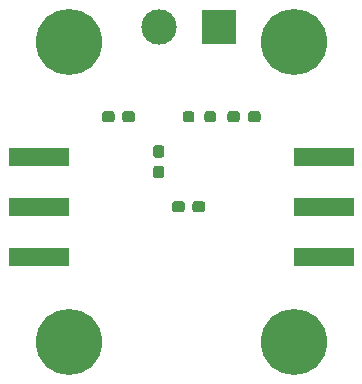
<source format=gbr>
%TF.GenerationSoftware,KiCad,Pcbnew,5.1.10*%
%TF.CreationDate,2021-09-21T21:49:25+02:00*%
%TF.ProjectId,bias-t,62696173-2d74-42e6-9b69-6361645f7063,rev?*%
%TF.SameCoordinates,Original*%
%TF.FileFunction,Soldermask,Top*%
%TF.FilePolarity,Negative*%
%FSLAX46Y46*%
G04 Gerber Fmt 4.6, Leading zero omitted, Abs format (unit mm)*
G04 Created by KiCad (PCBNEW 5.1.10) date 2021-09-21 21:49:25*
%MOMM*%
%LPD*%
G01*
G04 APERTURE LIST*
%ADD10C,5.600000*%
%ADD11R,5.080000X1.500000*%
%ADD12C,3.000000*%
%ADD13R,3.000000X3.000000*%
G04 APERTURE END LIST*
D10*
%TO.C,REF\u002A\u002A*%
X128270000Y-100330000D03*
%TD*%
%TO.C,REF\u002A\u002A*%
X147320000Y-100330000D03*
%TD*%
%TO.C,REF\u002A\u002A*%
X128270000Y-74930000D03*
%TD*%
%TO.C,REF\u002A\u002A*%
X147320000Y-74930000D03*
%TD*%
%TO.C,R1*%
G36*
G01*
X139767500Y-81517500D02*
X139767500Y-81042500D01*
G75*
G02*
X140005000Y-80805000I237500J0D01*
G01*
X140505000Y-80805000D01*
G75*
G02*
X140742500Y-81042500I0J-237500D01*
G01*
X140742500Y-81517500D01*
G75*
G02*
X140505000Y-81755000I-237500J0D01*
G01*
X140005000Y-81755000D01*
G75*
G02*
X139767500Y-81517500I0J237500D01*
G01*
G37*
G36*
G01*
X137942500Y-81517500D02*
X137942500Y-81042500D01*
G75*
G02*
X138180000Y-80805000I237500J0D01*
G01*
X138680000Y-80805000D01*
G75*
G02*
X138917500Y-81042500I0J-237500D01*
G01*
X138917500Y-81517500D01*
G75*
G02*
X138680000Y-81755000I-237500J0D01*
G01*
X138180000Y-81755000D01*
G75*
G02*
X137942500Y-81517500I0J237500D01*
G01*
G37*
%TD*%
%TO.C,L1*%
G36*
G01*
X135652500Y-85440000D02*
X136127500Y-85440000D01*
G75*
G02*
X136365000Y-85677500I0J-237500D01*
G01*
X136365000Y-86252500D01*
G75*
G02*
X136127500Y-86490000I-237500J0D01*
G01*
X135652500Y-86490000D01*
G75*
G02*
X135415000Y-86252500I0J237500D01*
G01*
X135415000Y-85677500D01*
G75*
G02*
X135652500Y-85440000I237500J0D01*
G01*
G37*
G36*
G01*
X135652500Y-83690000D02*
X136127500Y-83690000D01*
G75*
G02*
X136365000Y-83927500I0J-237500D01*
G01*
X136365000Y-84502500D01*
G75*
G02*
X136127500Y-84740000I-237500J0D01*
G01*
X135652500Y-84740000D01*
G75*
G02*
X135415000Y-84502500I0J237500D01*
G01*
X135415000Y-83927500D01*
G75*
G02*
X135652500Y-83690000I237500J0D01*
G01*
G37*
%TD*%
D11*
%TO.C,J3*%
X149860000Y-88900000D03*
X149860000Y-84650000D03*
X149860000Y-93150000D03*
%TD*%
D12*
%TO.C,J2*%
X135890000Y-73660000D03*
D13*
X140970000Y-73660000D03*
%TD*%
D11*
%TO.C,J1*%
X125730000Y-88900000D03*
X125730000Y-93150000D03*
X125730000Y-84650000D03*
%TD*%
%TO.C,D1*%
G36*
G01*
X142765000Y-81042500D02*
X142765000Y-81517500D01*
G75*
G02*
X142527500Y-81755000I-237500J0D01*
G01*
X141952500Y-81755000D01*
G75*
G02*
X141715000Y-81517500I0J237500D01*
G01*
X141715000Y-81042500D01*
G75*
G02*
X141952500Y-80805000I237500J0D01*
G01*
X142527500Y-80805000D01*
G75*
G02*
X142765000Y-81042500I0J-237500D01*
G01*
G37*
G36*
G01*
X144515000Y-81042500D02*
X144515000Y-81517500D01*
G75*
G02*
X144277500Y-81755000I-237500J0D01*
G01*
X143702500Y-81755000D01*
G75*
G02*
X143465000Y-81517500I0J237500D01*
G01*
X143465000Y-81042500D01*
G75*
G02*
X143702500Y-80805000I237500J0D01*
G01*
X144277500Y-80805000D01*
G75*
G02*
X144515000Y-81042500I0J-237500D01*
G01*
G37*
%TD*%
%TO.C,C2*%
G36*
G01*
X138105000Y-88662500D02*
X138105000Y-89137500D01*
G75*
G02*
X137867500Y-89375000I-237500J0D01*
G01*
X137267500Y-89375000D01*
G75*
G02*
X137030000Y-89137500I0J237500D01*
G01*
X137030000Y-88662500D01*
G75*
G02*
X137267500Y-88425000I237500J0D01*
G01*
X137867500Y-88425000D01*
G75*
G02*
X138105000Y-88662500I0J-237500D01*
G01*
G37*
G36*
G01*
X139830000Y-88662500D02*
X139830000Y-89137500D01*
G75*
G02*
X139592500Y-89375000I-237500J0D01*
G01*
X138992500Y-89375000D01*
G75*
G02*
X138755000Y-89137500I0J237500D01*
G01*
X138755000Y-88662500D01*
G75*
G02*
X138992500Y-88425000I237500J0D01*
G01*
X139592500Y-88425000D01*
G75*
G02*
X139830000Y-88662500I0J-237500D01*
G01*
G37*
%TD*%
%TO.C,C1*%
G36*
G01*
X132812500Y-81517500D02*
X132812500Y-81042500D01*
G75*
G02*
X133050000Y-80805000I237500J0D01*
G01*
X133650000Y-80805000D01*
G75*
G02*
X133887500Y-81042500I0J-237500D01*
G01*
X133887500Y-81517500D01*
G75*
G02*
X133650000Y-81755000I-237500J0D01*
G01*
X133050000Y-81755000D01*
G75*
G02*
X132812500Y-81517500I0J237500D01*
G01*
G37*
G36*
G01*
X131087500Y-81517500D02*
X131087500Y-81042500D01*
G75*
G02*
X131325000Y-80805000I237500J0D01*
G01*
X131925000Y-80805000D01*
G75*
G02*
X132162500Y-81042500I0J-237500D01*
G01*
X132162500Y-81517500D01*
G75*
G02*
X131925000Y-81755000I-237500J0D01*
G01*
X131325000Y-81755000D01*
G75*
G02*
X131087500Y-81517500I0J237500D01*
G01*
G37*
%TD*%
M02*

</source>
